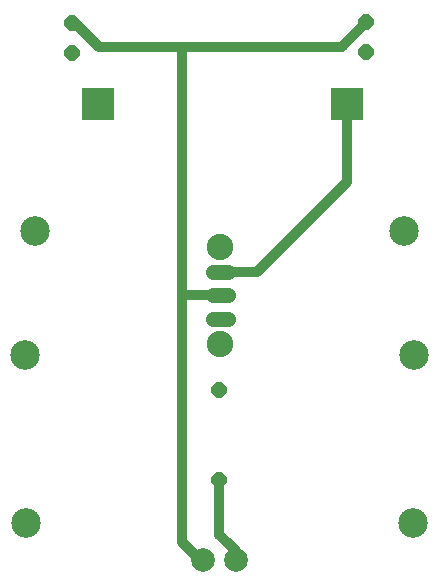
<source format=gbl>
G75*
G70*
%OFA0B0*%
%FSLAX24Y24*%
%IPPOS*%
%LPD*%
%AMOC8*
5,1,8,0,0,1.08239X$1,22.5*
%
%ADD10OC8,0.0512*%
%ADD11R,0.1109X0.1109*%
%ADD12C,0.0504*%
%ADD13C,0.0882*%
%ADD14C,0.0787*%
%ADD15C,0.0984*%
%ADD16C,0.0320*%
D10*
X007575Y008968D03*
X007575Y011968D03*
X002675Y023193D03*
X002675Y024193D03*
X012475Y024218D03*
X012475Y023218D03*
D11*
X011829Y021493D03*
X003521Y021493D03*
D12*
X007348Y015906D02*
X007852Y015906D01*
X007852Y015118D02*
X007348Y015118D01*
X007348Y014331D02*
X007852Y014331D01*
D13*
X007600Y013504D03*
X007600Y016732D03*
D14*
X008125Y006293D03*
X007025Y006293D03*
D15*
X001125Y007518D03*
X001100Y013118D03*
X001425Y017268D03*
X013725Y017268D03*
X014050Y013118D03*
X014025Y007518D03*
D16*
X008125Y006593D02*
X008125Y006293D01*
X008125Y006593D02*
X007825Y006893D01*
X007575Y007143D01*
X007575Y008968D01*
X006325Y006893D02*
X006325Y015143D01*
X006350Y015118D01*
X007600Y015118D01*
X007612Y015893D02*
X007600Y015906D01*
X007612Y015893D02*
X008825Y015893D01*
X011829Y018897D01*
X011829Y021493D01*
X011650Y023393D02*
X012475Y024218D01*
X011650Y023393D02*
X006325Y023393D01*
X006325Y015893D01*
X006325Y015143D01*
X006325Y023393D02*
X003575Y023393D01*
X002775Y024193D01*
X002675Y024193D01*
X006325Y006893D02*
X006925Y006293D01*
X007025Y006293D01*
M02*

</source>
